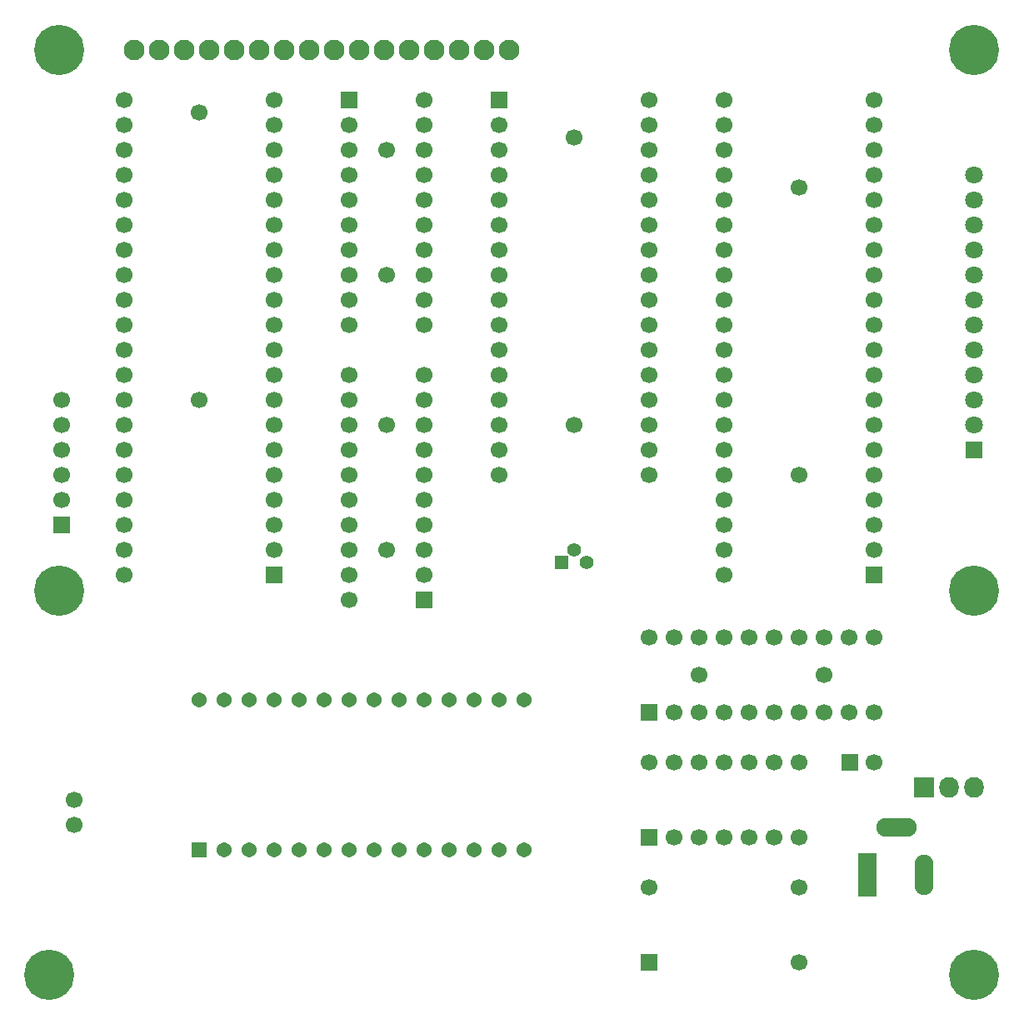
<source format=gbr>
%TF.GenerationSoftware,Novarm,DipTrace,4.3.0.5*%
%TF.CreationDate,2023-08-31T01:17:15+01:00*%
%FSLAX26Y26*%
%MOIN*%
%TF.FileFunction,Soldermask,Bot*%
%TF.Part,Single*%
%ADD26R,0.066929X0.066929*%
%ADD27C,0.066929*%
%ADD43C,0.082677*%
%ADD45O,0.078937X0.082677*%
%ADD47R,0.078937X0.082677*%
%ADD49C,0.055118*%
%ADD51R,0.055118X0.055118*%
%ADD53C,0.070866*%
%ADD54R,0.070866X0.070866*%
%ADD55O,0.161417X0.074803*%
%ADD57O,0.074803X0.161417*%
%ADD59R,0.074803X0.177165*%
%ADD61C,0.066929*%
%ADD63C,0.06063*%
%ADD65R,0.06063X0.06063*%
%ADD67C,0.200787*%
G75*
G01*
%LPD*%
D26*
X2513386Y4018110D3*
D27*
Y3918110D3*
Y3818110D3*
Y3718110D3*
Y3618110D3*
Y3518110D3*
Y3418110D3*
Y3318110D3*
Y3218110D3*
Y3118110D3*
Y3018110D3*
Y2918110D3*
Y2818110D3*
Y2718110D3*
Y2618110D3*
Y2518110D3*
X3113386D3*
Y2618110D3*
Y2718110D3*
Y2818110D3*
Y2918110D3*
Y3018110D3*
Y3118110D3*
Y3218110D3*
Y3318110D3*
Y3418110D3*
Y3518110D3*
Y3618110D3*
Y3718110D3*
Y3818110D3*
Y3918110D3*
Y4018110D3*
D26*
X1613386Y2118110D3*
D27*
Y2218110D3*
Y2318110D3*
Y2418110D3*
Y2518110D3*
Y2618110D3*
Y2718110D3*
Y2818110D3*
Y2918110D3*
Y3018110D3*
Y3118110D3*
Y3218110D3*
Y3318110D3*
Y3418110D3*
Y3518110D3*
Y3618110D3*
Y3718110D3*
Y3818110D3*
Y3918110D3*
Y4018110D3*
X1013386D3*
Y3918110D3*
Y3818110D3*
Y3718110D3*
Y3618110D3*
Y3518110D3*
Y3418110D3*
Y3318110D3*
Y3218110D3*
Y3118110D3*
Y3018110D3*
Y2918110D3*
Y2818110D3*
Y2718110D3*
Y2618110D3*
Y2518110D3*
Y2418110D3*
Y2318110D3*
Y2218110D3*
Y2118110D3*
D67*
X4413386Y518110D3*
D65*
X1313386Y1018110D3*
D63*
X1413386D3*
X1513386D3*
X1613386D3*
X1713386D3*
X1813386D3*
X1913386D3*
X2013386D3*
X2113386D3*
X2213386D3*
X2313386D3*
X2413386D3*
X2513386D3*
X2613386D3*
Y1618110D3*
X2513386D3*
X2413386D3*
X2313386D3*
X2213386D3*
X2113386D3*
X2013386D3*
X1913386D3*
X1813386D3*
X1713386D3*
X1613386D3*
X1513386D3*
X1413386D3*
X1313386D3*
D26*
X3113386Y1568110D3*
D27*
X3213386D3*
X3313386D3*
X3413386D3*
X3513386D3*
X3613386D3*
X3713386D3*
X3813386D3*
X3913386D3*
X4013386D3*
Y1868110D3*
X3913386D3*
X3813386D3*
X3713386D3*
X3613386D3*
X3513386D3*
X3413386D3*
X3313386D3*
X3213386D3*
X3113386D3*
D61*
X3313386Y1718110D3*
X3813386D3*
X2063386Y2218110D3*
Y2718110D3*
D26*
X3113386Y568110D3*
D61*
X3713386D3*
Y868110D3*
X3113386D3*
D26*
X3914961Y1368110D3*
D61*
X4013386D3*
D59*
X3985039Y918110D3*
D57*
X4213386D3*
D55*
X4103150Y1107087D3*
D67*
X713386Y518110D3*
D54*
X4413386Y2618110D3*
D53*
Y2718110D3*
Y2818110D3*
Y2918110D3*
Y3018110D3*
Y3118110D3*
Y3218110D3*
Y3318110D3*
Y3418110D3*
Y3518110D3*
Y3618110D3*
Y3718110D3*
D26*
X4013386Y2118110D3*
D27*
Y2218110D3*
Y2318110D3*
Y2418110D3*
Y2518110D3*
Y2618110D3*
Y2718110D3*
Y2818110D3*
Y2918110D3*
Y3018110D3*
Y3118110D3*
Y3218110D3*
Y3318110D3*
Y3418110D3*
Y3518110D3*
Y3618110D3*
Y3718110D3*
Y3818110D3*
Y3918110D3*
Y4018110D3*
X3413386D3*
Y3918110D3*
Y3818110D3*
Y3718110D3*
Y3618110D3*
Y3518110D3*
Y3418110D3*
Y3318110D3*
Y3218110D3*
Y3118110D3*
Y3018110D3*
Y2918110D3*
Y2818110D3*
Y2718110D3*
Y2618110D3*
Y2518110D3*
Y2418110D3*
Y2318110D3*
Y2218110D3*
Y2118110D3*
D51*
X2763386Y2168110D3*
D49*
X2813386Y2218110D3*
X2863386Y2168110D3*
D26*
X763386Y2318110D3*
D27*
Y2418110D3*
Y2518110D3*
Y2618110D3*
Y2718110D3*
Y2818110D3*
D61*
X2813386Y3868110D3*
Y2718110D3*
D26*
X2213386Y2018110D3*
D27*
Y2118110D3*
Y2218110D3*
Y2318110D3*
Y2418110D3*
Y2518110D3*
Y2618110D3*
Y2718110D3*
Y2818110D3*
Y2918110D3*
X1913386D3*
Y2818110D3*
Y2718110D3*
Y2618110D3*
Y2518110D3*
Y2418110D3*
Y2318110D3*
Y2218110D3*
Y2118110D3*
Y2018110D3*
D26*
X3113386Y1068110D3*
D27*
X3213386D3*
X3313386D3*
X3413386D3*
X3513386D3*
X3613386D3*
X3713386D3*
Y1368110D3*
X3613386D3*
X3513386D3*
X3413386D3*
X3313386D3*
X3213386D3*
X3113386D3*
D61*
X1313386Y2818110D3*
Y3968110D3*
D26*
X1913386Y4018110D3*
D27*
Y3918110D3*
Y3818110D3*
Y3718110D3*
Y3618110D3*
Y3518110D3*
Y3418110D3*
Y3318110D3*
Y3218110D3*
Y3118110D3*
X2213386D3*
Y3218110D3*
Y3318110D3*
Y3418110D3*
Y3518110D3*
Y3618110D3*
Y3718110D3*
Y3818110D3*
Y3918110D3*
Y4018110D3*
D47*
X4213386Y1268110D3*
D45*
X4313386D3*
X4413386D3*
D61*
X2063386Y3818110D3*
Y3318110D3*
D67*
X753543Y4218110D3*
Y2054331D3*
D43*
X1253543Y4218110D3*
X2453543D3*
X2553543D3*
D67*
X4413386D3*
Y2054331D3*
D43*
X1053543Y4218110D3*
X1153543D3*
X1353543D3*
X1453543D3*
X1553543D3*
X1653543D3*
X1753543D3*
X1853543D3*
X1953543D3*
X2053543D3*
X2153543D3*
X2253543D3*
X2353543D3*
D61*
X3713386Y3668110D3*
Y2518110D3*
X813386Y1216535D3*
Y1118110D3*
M02*

</source>
